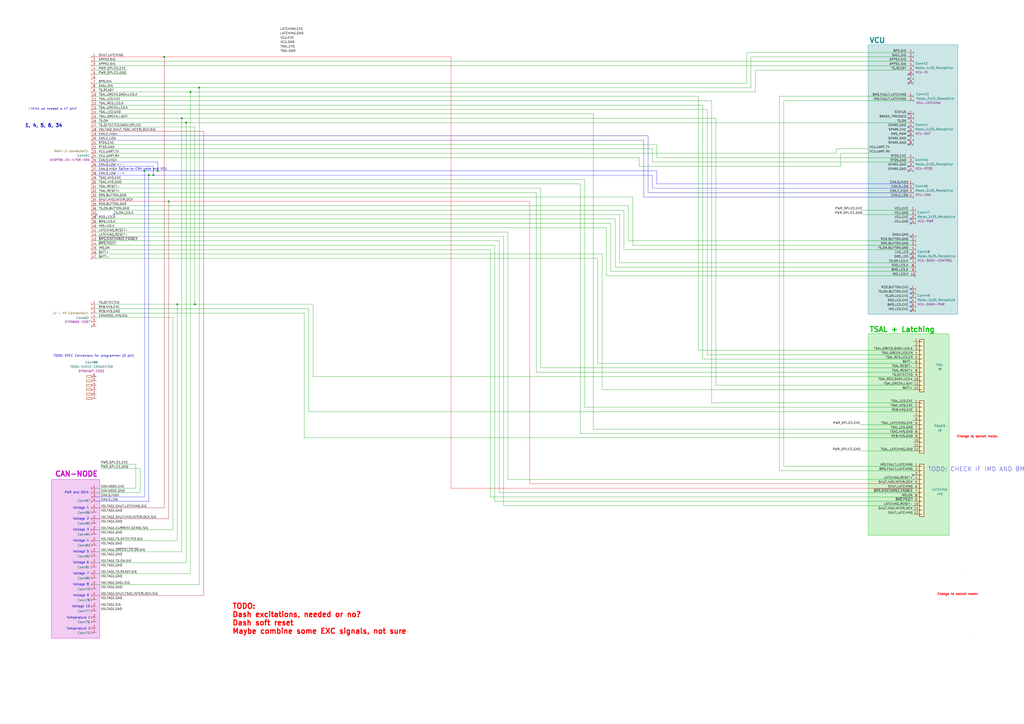
<source format=kicad_sch>
(kicad_sch (version 20231120) (generator "eeschema") (generator_version "8.0")
  (paper "A2")
  (lib_symbols
    (symbol "Connector_Generic:Conn_01x12" (pin_names (offset 1.016) hide)
      (property "Reference" "J" (at 0 15.24 0))
      (property "Value" "Conn_01x12" (at 0 -17.78 0))
      (symbol "Conn_01x12_1_1"
        (rectangle (start -1.27 -15.113) (end 0 -15.367) (stroke (width 0.1524)))
        (rectangle (start -1.27 -12.573) (end 0 -12.827) (stroke (width 0.1524)))
        (rectangle (start -1.27 -10.033) (end 0 -10.287) (stroke (width 0.1524)))
        (rectangle (start -1.27 -7.493) (end 0 -7.747) (stroke (width 0.1524)))
        (rectangle (start -1.27 -4.953) (end 0 -5.207) (stroke (width 0.1524)))
        (rectangle (start -1.27 -2.413) (end 0 -2.667) (stroke (width 0.1524)))
        (rectangle (start -1.27 0.127) (end 0 -0.127) (stroke (width 0.1524)))
        (rectangle (start -1.27 2.667) (end 0 2.413) (stroke (width 0.1524)))
        (rectangle (start -1.27 5.207) (end 0 4.953) (stroke (width 0.1524)))
        (rectangle (start -1.27 7.747) (end 0 7.493) (stroke (width 0.1524)))
        (rectangle (start -1.27 10.287) (end 0 10.033) (stroke (width 0.1524)))
        (rectangle (start -1.27 12.827) (end 0 12.573) (stroke (width 0.1524)))
        (rectangle (start -1.27 13.97) (end 1.27 -16.51) (stroke (width 0.254)) (fill (type background)))
        (pin passive line (at -5.08 12.7 0) (length 3.81) (name "Pin_1") (number "1"))
        (pin passive line (at -5.08 -10.16 0) (length 3.81) (name "Pin_10") (number "10"))
        (pin passive line (at -5.08 -12.7 0) (length 3.81) (name "Pin_11") (number "11"))
        (pin passive line (at -5.08 -15.24 0) (length 3.81) (name "Pin_12") (number "12"))
        (pin passive line (at -5.08 10.16 0) (length 3.81) (name "Pin_2") (number "2"))
        (pin passive line (at -5.08 7.62 0) (length 3.81) (name "Pin_3") (number "3"))
        (pin passive line (at -5.08 5.08 0) (length 3.81) (name "Pin_4") (number "4"))
        (pin passive line (at -5.08 2.54 0) (length 3.81) (name "Pin_5") (number "5"))
        (pin passive line (at -5.08 0 0) (length 3.81) (name "Pin_6") (number "6"))
        (pin passive line (at -5.08 -2.54 0) (length 3.81) (name "Pin_7") (number "7"))
        (pin passive line (at -5.08 -5.08 0) (length 3.81) (name "Pin_8") (number "8"))
        (pin passive line (at -5.08 -7.62 0) (length 3.81) (name "Pin_9") (number "9"))
      )
    )
    (symbol "Connectors_SUFST:AMPHENOL-47P-Recepticle"
      (property "Reference" "Conn" (at 0 0.635 0))
      (property "P/N" "AHDP06-24-47SR-SRA" (at 0 0 0))
      (symbol "AMPHENOL-47P-Recepticle_0_1"
        (arc (start -2.5368 -119.3807) (mid -1.9833 -118.7463) (end -2.5355 -118.1107))
        (arc (start -2.5368 -114.3007) (mid -1.9833 -113.6663) (end -2.5355 -113.0307))
        (arc (start -2.5368 -109.2207) (mid -1.9833 -108.5863) (end -2.5355 -107.9507))
        (arc (start -2.5368 -104.1407) (mid -1.9833 -103.5063) (end -2.5355 -102.8707))
        (arc (start -2.5368 -99.0607) (mid -1.9833 -98.4263) (end -2.5355 -97.7907))
        (arc (start -2.5368 -93.9807) (mid -1.9833 -93.3463) (end -2.5355 -92.7107))
        (arc (start -2.5368 -88.9007) (mid -1.9833 -88.2663) (end -2.5355 -87.6307))
        (arc (start -2.5368 -83.8207) (mid -1.9833 -83.1863) (end -2.5355 -82.5507))
        (arc (start -2.5368 -78.7407) (mid -1.9833 -78.1063) (end -2.5355 -77.4707))
        (arc (start -2.5368 -73.6607) (mid -1.9833 -73.0263) (end -2.5355 -72.3907))
        (arc (start -2.5368 -68.5807) (mid -1.9833 -67.9463) (end -2.5355 -67.3107))
        (arc (start -2.5368 -63.5007) (mid -1.9833 -62.8663) (end -2.5355 -62.2307))
        (arc (start -2.5368 -58.4207) (mid -1.9833 -57.7863) (end -2.5355 -57.1507))
        (arc (start -2.5368 -53.3407) (mid -1.9833 -52.7063) (end -2.5355 -52.0707))
        (arc (start -2.5368 -48.2607) (mid -1.9833 -47.6263) (end -2.5355 -46.9907))
        (arc (start -2.5368 -43.1807) (mid -1.9833 -42.5463) (end -2.5355 -41.9107))
        (arc (start -2.5368 -38.1007) (mid -1.9833 -37.4663) (end -2.5355 -36.8307))
        (arc (start -2.5368 -33.0207) (mid -1.9833 -32.3863) (end -2.5355 -31.7507))
        (arc (start -2.5368 -27.9407) (mid -1.9833 -27.3063) (end -2.5355 -26.6707))
        (arc (start -2.5368 -22.8607) (mid -1.9833 -22.2263) (end -2.5355 -21.5907))
        (arc (start -2.5368 -17.7807) (mid -1.9833 -17.1463) (end -2.5355 -16.5107))
        (arc (start -2.5368 -12.7007) (mid -1.9833 -12.0663) (end -2.5355 -11.4307))
        (arc (start -2.5368 -7.6207) (mid -1.9833 -6.9863) (end -2.5355 -6.3507))
        (arc (start -2.5368 -2.5407) (mid -1.9833 -1.9063) (end -2.5355 -1.2707))
        (arc (start -2.4524 -116.8401) (mid -1.8989 -116.2057) (end -2.4511 -115.5701))
        (arc (start -2.4524 -111.7601) (mid -1.8989 -111.1257) (end -2.4511 -110.4901))
        (arc (start -2.4524 -106.6801) (mid -1.8989 -106.0457) (end -2.4511 -105.4101))
        (arc (start -2.4524 -101.6001) (mid -1.8989 -100.9657) (end -2.4511 -100.3301))
        (arc (start -2.4524 -96.5201) (mid -1.8989 -95.8857) (end -2.4511 -95.2501))
        (arc (start -2.4524 -91.4401) (mid -1.8989 -90.8057) (end -2.4511 -90.1701))
        (arc (start -2.4524 -86.3601) (mid -1.8989 -85.7257) (end -2.4511 -85.0901))
        (arc (start -2.4524 -81.2801) (mid -1.8989 -80.6457) (end -2.4511 -80.0101))
        (arc (start -2.4524 -76.2001) (mid -1.8989 -75.5657) (end -2.4511 -74.9301))
        (arc (start -2.4524 -71.1201) (mid -1.8989 -70.4857) (end -2.4511 -69.8501))
        (arc (start -2.4524 -66.0401) (mid -1.8989 -65.4057) (end -2.4511 -64.7701))
        (arc (start -2.4524 -60.9601) (mid -1.8989 -60.3257) (end -2.4511 -59.6901))
        (arc (start -2.4524 -55.8801) (mid -1.8989 -55.2457) (end -2.4511 -54.6101))
        (arc (start -2.4524 -50.8001) (mid -1.8989 -50.1657) (end -2.4511 -49.5301))
        (arc (start -2.4524 -45.7201) (mid -1.8989 -45.0857) (end -2.4511 -44.4501))
        (arc (start -2.4524 -40.6401) (mid -1.8989 -40.0057) (end -2.4511 -39.3701))
        (arc (start -2.4524 -35.5601) (mid -1.8989 -34.9257) (end -2.4511 -34.2901))
        (arc (start -2.4524 -30.4801) (mid -1.8989 -29.8457) (end -2.4511 -29.2101))
        (arc (start -2.4524 -25.4001) (mid -1.8989 -24.7657) (end -2.4511 -24.1301))
        (arc (start -2.4524 -20.3201) (mid -1.8989 -19.6857) (end -2.4511 -19.0501))
        (arc (start -2.4524 -15.2401) (mid -1.8989 -14.6057) (end -2.4511 -13.9701))
        (arc (start -2.4524 -10.1601) (mid -1.8989 -9.5257) (end -2.4511 -8.8901))
        (arc (start -2.4524 -5.0801) (mid -1.8989 -4.4457) (end -2.4511 -3.8101))
      )
      (symbol "AMPHENOL-47P-Recepticle_1_1"
        (pin input line (at 0.635 -1.905 180) (length 2.54) (name "") (number "1"))
        (pin input line (at 0.635 -24.765 180) (length 2.54) (name "") (number "10"))
        (pin input line (at 0.635 -27.305 180) (length 2.54) (name "") (number "11"))
        (pin input line (at 0.635 -29.845 180) (length 2.54) (name "") (number "12"))
        (pin input line (at 0.635 -32.385 180) (length 2.54) (name "") (number "13"))
        (pin input line (at 0.635 -34.925 180) (length 2.54) (name "") (number "14"))
        (pin input line (at 0.635 -37.465 180) (length 2.54) (name "") (number "15"))
        (pin input line (at 0.635 -40.005 180) (length 2.54) (name "") (number "16"))
        (pin input line (at 0.635 -42.545 180) (length 2.54) (name "") (number "17"))
        (pin input line (at 0.635 -45.085 180) (length 2.54) (name "") (number "18"))
        (pin input line (at 0.635 -47.625 180) (length 2.54) (name "") (number "19"))
        (pin input line (at 0.635 -4.445 180) (length 2.54) (name "") (number "2"))
        (pin input line (at 0.635 -50.165 180) (length 2.54) (name "") (number "20"))
        (pin input line (at 0.635 -52.705 180) (length 2.54) (name "") (number "21"))
        (pin input line (at 0.635 -55.245 180) (length 2.54) (name "") (number "22"))
        (pin input line (at 0.635 -57.785 180) (length 2.54) (name "") (number "23"))
        (pin input line (at 0.635 -60.325 180) (length 2.54) (name "") (number "24"))
        (pin input line (at 0.635 -62.865 180) (length 2.54) (name "") (number "25"))
        (pin input line (at 0.635 -65.405 180) (length 2.54) (name "") (number "26"))
        (pin input line (at 0.635 -67.945 180) (length 2.54) (name "") (number "27"))
        (pin input line (at 0.635 -70.485 180) (length 2.54) (name "") (number "28"))
        (pin input line (at 0.635 -73.025 180) (length 2.54) (name "") (number "29"))
        (pin input line (at 0.635 -6.985 180) (length 2.54) (name "") (number "3"))
        (pin input line (at 0.635 -75.565 180) (length 2.54) (name "") (number "30"))
        (pin input line (at 0.635 -78.105 180) (length 2.54) (name "") (number "31"))
        (pin input line (at 0.635 -80.645 180) (length 2.54) (name "") (number "32"))
        (pin input line (at 0.635 -83.185 180) (length 2.54) (name "") (number "33"))
        (pin input line (at 0.635 -85.725 180) (length 2.54) (name "") (number "34"))
        (pin input line (at 0.635 -88.265 180) (length 2.54) (name "") (number "35"))
        (pin input line (at 0.635 -90.805 180) (length 2.54) (name "") (number "36"))
        (pin input line (at 0.635 -93.345 180) (length 2.54) (name "") (number "37"))
        (pin input line (at 0.635 -95.885 180) (length 2.54) (name "") (number "38"))
        (pin input line (at 0.635 -98.425 180) (length 2.54) (name "") (number "39"))
        (pin input line (at 0.635 -9.525 180) (length 2.54) (name "") (number "4"))
        (pin input line (at 0.635 -100.965 180) (length 2.54) (name "") (number "40"))
        (pin input line (at 0.635 -103.505 180) (length 2.54) (name "") (number "41"))
        (pin input line (at 0.635 -106.045 180) (length 2.54) (name "") (number "42"))
        (pin input line (at 0.635 -108.585 180) (length 2.54) (name "") (number "43"))
        (pin input line (at 0.635 -111.125 180) (length 2.54) (name "") (number "44"))
        (pin input line (at 0.635 -113.665 180) (length 2.54) (name "") (number "45"))
        (pin input line (at 0.635 -116.205 180) (length 2.54) (name "") (number "46"))
        (pin input line (at 0.635 -118.745 180) (length 2.54) (name "") (number "47"))
        (pin input line (at 0.635 -12.065 180) (length 2.54) (name "") (number "5"))
        (pin input line (at 0.635 -14.605 180) (length 2.54) (name "") (number "6"))
        (pin input line (at 0.635 -17.145 180) (length 2.54) (name "") (number "7"))
        (pin input line (at 0.635 -19.685 180) (length 2.54) (name "") (number "8"))
        (pin input line (at 0.635 -22.225 180) (length 2.54) (name "") (number "9"))
      )
    )
    (symbol "Connectors_SUFST:Deutsch_DTM_6P_Pin"
      (property "Reference" "Conn" (at 0 -1.905 0))
      (property "P/N" "DTM046P-E003" (at 0 0 0))
      (symbol "Deutsch_DTM_6P_Pin_0_1"
        (polyline (pts (xy -0.635 -14.605) (xy 1.905 -14.605)))
        (polyline (pts (xy -0.635 -9.525) (xy 1.905 -9.525)))
        (polyline (pts (xy -0.635 -4.445) (xy 1.905 -4.445)))
      )
      (symbol "Deutsch_DTM_6P_Pin_1_1"
        (rectangle (start -3.81 -16.51) (end -0.635 -17.78) (fill (type color) (color 255 229 191 1)))
        (rectangle (start -3.81 -13.97) (end -0.635 -15.24) (fill (type color) (color 255 229 191 1)))
        (rectangle (start -3.81 -11.43) (end -0.635 -12.7) (fill (type color) (color 255 229 191 1)))
        (rectangle (start -3.81 -8.89) (end -0.635 -10.16) (fill (type color) (color 255 229 191 1)))
        (rectangle (start -3.81 -6.35) (end -0.635 -7.62) (fill (type color) (color 255 229 191 1)))
        (rectangle (start -3.81 -3.81) (end -0.635 -5.08) (fill (type color) (color 255 229 191 1)))
        (pin input line (at 1.905 -17.145 180) (length 2.54) (name "") (number "1"))
        (pin input line (at 1.905 -14.605 180) (length 2.54) (name "") (number "2"))
        (pin input line (at 1.905 -12.065 180) (length 2.54) (name "") (number "3"))
        (pin input line (at 1.905 -9.525 180) (length 2.54) (name "") (number "4"))
        (pin input line (at 1.905 -6.985 180) (length 2.54) (name "") (number "5"))
        (pin input line (at 1.905 -4.445 180) (length 2.54) (name "") (number "6"))
      )
    )
    (symbol "Connectors_SUFST:Deutsch_DTM_6S_Pin"
      (property "Reference" "Conn" (at 0 0.635 0))
      (property "P/N" "DTM066S-E007" (at 0 0 0))
      (symbol "Deutsch_DTM_6S_Pin_0_1"
        (arc (start -2.5368 -12.7007) (mid -1.9833 -12.0663) (end -2.5355 -11.4307))
        (arc (start -2.5368 -7.6207) (mid -1.9833 -6.9863) (end -2.5355 -6.3507))
        (arc (start -2.5368 -2.5407) (mid -1.9833 -1.9063) (end -2.5355 -1.2707))
        (arc (start -2.4524 -15.2401) (mid -1.8989 -14.6057) (end -2.4511 -13.9701))
        (arc (start -2.4524 -10.1601) (mid -1.8989 -9.5257) (end -2.4511 -8.8901))
        (arc (start -2.4524 -5.0801) (mid -1.8989 -4.4457) (end -2.4511 -3.8101))
      )
      (symbol "Deutsch_DTM_6S_Pin_1_1"
        (pin input line (at 0.635 -14.605 180) (length 2.54) (name "") (number "1"))
        (pin input line (at 0.635 -12.065 180) (length 2.54) (name "") (number "2"))
        (pin input line (at 0.635 -9.525 180) (length 2.54) (name "") (number "3"))
        (pin input line (at 0.635 -6.985 180) (length 2.54) (name "") (number "4"))
        (pin input line (at 0.635 -4.445 180) (length 2.54) (name "") (number "5"))
        (pin input line (at 0.635 -1.905 180) (length 2.54) (name "") (number "6"))
      )
    )
    (symbol "Connectors_SUFST:Molex_2x1S_Recepticle"
      (property "Reference" "Conn" (at 0 0.635 0))
      (symbol "Molex_2x1S_Recepticle_0_1"
        (arc (start -2.5368 -2.5407) (mid -1.9833 -1.9063) (end -2.5355 -1.2707))
        (arc (start -2.4524 -5.0801) (mid -1.8989 -4.4457) (end -2.4511 -3.8101))
      )
      (symbol "Molex_2x1S_Recepticle_1_1"
        (pin input line (at 0.635 -4.445 180) (length 2.54) (name "") (number "1"))
        (pin input line (at 0.635 -1.905 180) (length 2.54) (name "") (number "2"))
      )
    )
    (symbol "Connectors_SUFST:Molex_2x2S_Recepticle"
      (property "Reference" "Conn" (at 0 0.635 0))
      (symbol "Molex_2x2S_Recepticle_0_1"
        (arc (start -2.5368 -7.6207) (mid -1.9833 -6.9863) (end -2.5355 -6.3507))
        (arc (start -2.5368 -2.5407) (mid -1.9833 -1.9063) (end -2.5355 -1.2707))
        (arc (start -2.4524 -10.1601) (mid -1.8989 -9.5257) (end -2.4511 -8.8901))
        (arc (start -2.4524 -5.0801) (mid -1.8989 -4.4457) (end -2.4511 -3.8101))
      )
      (symbol "Molex_2x2S_Recepticle_1_1"
        (pin input line (at 0.635 -1.905 180) (length 2.54) (name "") (number "1"))
        (pin input line (at 0.635 -4.445 180) (length 2.54) (name "") (number "2"))
        (pin input line (at 0.635 -6.985 180) (length 2.54) (name "") (number "3"))
        (pin input line (at 0.635 -9.525 180) (length 2.54) (name "") (number "4"))
      )
    )
    (symbol "Connectors_SUFST:Molex_3x2S_Recepticle"
      (property "Reference" "Conn" (at 0 0.635 0))
      (symbol "Molex_3x2S_Recepticle_0_1"
        (arc (start -2.5368 -7.6207) (mid -1.9833 -6.9863) (end -2.5355 -6.3507))
        (arc (start -2.5368 -2.5407) (mid -1.9833 -1.9063) (end -2.5355 -1.2707))
        (arc (start -2.4524 -12.7001) (mid -1.8989 -12.0657) (end -2.4511 -11.4301))
        (arc (start -2.4524 -10.1601) (mid -1.8989 -9.5257) (end -2.4511 -8.8901))
        (arc (start -2.4524 -5.0801) (mid -1.8989 -4.4457) (end -2.4511 -3.8101))
        (arc (start -2.368 -15.2395) (mid -1.8145 -14.6051) (end -2.3667 -13.9695))
      )
      (symbol "Molex_3x2S_Recepticle_1_1"
        (pin input line (at 0.635 -1.905 180) (length 2.54) (name "") (number "1"))
        (pin input line (at 0.635 -4.445 180) (length 2.54) (name "") (number "2"))
        (pin input line (at 0.635 -6.985 180) (length 2.54) (name "") (number "3"))
        (pin input line (at 0.635 -9.525 180) (length 2.54) (name "") (number "4"))
        (pin input line (at 0.635 -12.065 180) (length 2.54) (name "") (number "5"))
        (pin input line (at 0.635 -14.605 180) (length 2.54) (name "") (number "6"))
      )
    )
    (symbol "Connectors_SUFST:Molex_4x1S_Recepticle"
      (property "Reference" "Conn" (at 0 0.635 0))
      (symbol "Molex_4x1S_Recepticle_0_1"
        (arc (start -2.5368 -7.6207) (mid -1.9833 -6.9863) (end -2.5355 -6.3507))
        (arc (start -2.5368 -2.5407) (mid -1.9833 -1.9063) (end -2.5355 -1.2707))
        (arc (start -2.4524 -10.1601) (mid -1.8989 -9.5257) (end -2.4511 -8.8901))
        (arc (start -2.4524 -5.0801) (mid -1.8989 -4.4457) (end -2.4511 -3.8101))
      )
      (symbol "Molex_4x1S_Recepticle_1_1"
        (pin input line (at 0.635 -1.905 180) (length 2.54) (name "") (number "1"))
        (pin input line (at 0.635 -4.445 180) (length 2.54) (name "") (number "2"))
        (pin input line (at 0.635 -6.985 180) (length 2.54) (name "") (number "3"))
        (pin input line (at 0.635 -9.525 180) (length 2.54) (name "") (number "4"))
      )
    )
    (symbol "Connectors_SUFST:Molex_4x2S_Recepticle"
      (property "Reference" "Conn" (at 0 0.635 0))
      (symbol "Molex_4x2S_Recepticle_0_1"
        (arc (start -2.5368 -7.6207) (mid -1.9833 -6.9863) (end -2.5355 -6.3507))
        (arc (start -2.5368 -2.5407) (mid -1.9833 -1.9063) (end -2.5355 -1.2707))
        (arc (start -2.4524 -17.7801) (mid -1.8989 -17.1457) (end -2.4511 -16.5101))
        (arc (start -2.4524 -12.7001) (mid -1.8989 -12.0657) (end -2.4511 -11.4301))
        (arc (start -2.4524 -10.1601) (mid -1.8989 -9.5257) (end -2.4511 -8.8901))
        (arc (start -2.4524 -5.0801) (mid -1.8989 -4.4457) (end -2.4511 -3.8101))
        (arc (start -2.368 -20.3195) (mid -1.8145 -19.6851) (end -2.3667 -19.0495))
        (arc (start -2.368 -15.2395) (mid -1.8145 -14.6051) (end -2.3667 -13.9695))
      )
      (symbol "Molex_4x2S_Recepticle_1_1"
        (pin input line (at 0.635 -1.905 180) (length 2.54) (name "") (number "1"))
        (pin input line (at 0.635 -4.445 180) (length 2.54) (name "") (number "2"))
        (pin input line (at 0.635 -6.985 180) (length 2.54) (name "") (number "3"))
        (pin input line (at 0.635 -9.525 180) (length 2.54) (name "") (number "4"))
        (pin input line (at 0.635 -12.065 180) (length 2.54) (name "") (number "5"))
        (pin input line (at 0.635 -14.605 180) (length 2.54) (name "") (number "6"))
        (pin input line (at 0.635 -17.145 180) (length 2.54) (name "") (number "7"))
        (pin input line (at 0.635 -19.685 180) (length 2.54) (name "") (number "8"))
      )
    )
    (symbol "Connectors_SUFST:Molex_5x2S_Recepticle"
      (property "Reference" "Conn" (at 0 0.635 0))
      (symbol "Molex_5x2S_Recepticle_0_1"
        (arc (start -2.5368 -7.6207) (mid -1.9833 -6.9863) (end -2.5355 -6.3507))
        (arc (start -2.5368 -2.5407) (mid -1.9833 -1.9063) (end -2.5355 -1.2707))
        (arc (start -2.4524 -22.8601) (mid -1.8989 -22.2257) (end -2.4511 -21.5901))
        (arc (start -2.4524 -17.7801) (mid -1.8989 -17.1457) (end -2.4511 -16.5101))
        (arc (start -2.4524 -12.7001) (mid -1.8989 -12.0657) (end -2.4511 -11.4301))
        (arc (start -2.4524 -10.1601) (mid -1.8989 -9.5257) (end -2.4511 -8.8901))
        (arc (start -2.4524 -5.0801) (mid -1.8989 -4.4457) (end -2.4511 -3.8101))
        (arc (start -2.368 -25.3995) (mid -1.8145 -24.7651) (end -2.3667 -24.1295))
        (arc (start -2.368 -20.3195) (mid -1.8145 -19.6851) (end -2.3667 -19.0495))
        (arc (start -2.368 -15.2395) (mid -1.8145 -14.6051) (end -2.3667 -13.9695))
      )
      (symbol "Molex_5x2S_Recepticle_1_1"
        (pin input line (at 0.635 -1.905 180) (length 2.54) (name "") (number "1"))
        (pin input line (at 0.635 -24.765 180) (length 2.54) (name "") (number "10"))
        (pin input line (at 0.635 -4.445 180) (length 2.54) (name "") (number "2"))
        (pin input line (at 0.635 -6.985 180) (length 2.54) (name "") (number "3"))
        (pin input line (at 0.635 -9.525 180) (length 2.54) (name "") (number "4"))
        (pin input line (at 0.635 -12.065 180) (length 2.54) (name "") (number "5"))
        (pin input line (at 0.635 -14.605 180) (length 2.54) (name "") (number "6"))
        (pin input line (at 0.635 -17.145 180) (length 2.54) (name "") (number "7"))
        (pin input line (at 0.635 -19.685 180) (length 2.54) (name "") (number "8"))
        (pin input line (at 0.635 -22.225 180) (length 2.54) (name "") (number "9"))
      )
    )
  )
  (junction (at 91.44 99.06))
  (junction (at 105.41 68.58))
  (junction (at 115.57 50.8))
  (junction (at 97.79 116.84))
  (junction (at 95.25 33.02))
  (junction (at 86.36 101.6))
  (junction (at 107.95 71.12))
  (junction (at 83.82 99.06))
  (junction (at 102.87 176.53))
  (junction (at 113.03 176.53))
  (junction (at 88.9 101.6))
  (junction (at 110.49 53.34))
  (no_connect (at 528.32 129.54))
  (no_connect (at 527.05 78.74))
  (no_connect (at 527.05 99.06))
  (no_connect (at 66.04 124.46))
  (no_connect (at 527.05 73.66))
  (no_connect (at 55.88 124.46))
  (no_connect (at 527.05 81.28))
  (no_connect (at 527.05 83.82))
  (no_connect (at 528.32 180.34))
  (no_connect (at 527.05 68.58))
  (no_connect (at 528.32 172.72))
  (no_connect (at 527.05 76.2))
  (no_connect (at 528.32 147.32))
  (no_connect (at 527.05 96.52))
  (no_connect (at 528.32 149.86))
  (no_connect (at 527.05 48.26))
  (no_connect (at 528.32 167.64))
  (no_connect (at 528.32 170.18))
  (no_connect (at 529.59 275.59))
  (no_connect (at 528.32 177.8))
  (no_connect (at 528.32 127))
  (no_connect (at 527.05 43.18))
  (no_connect (at 528.32 137.16))
  (no_connect (at 527.05 66.04))
  (no_connect (at 528.32 175.26))
  (no_connect (at 527.05 45.72))
  (wire (pts (xy 181.61 218.44) (xy 181.61 176.53)))
  (wire (pts (xy 110.49 53.34) (xy 438.15 53.34)))
  (wire (pts (xy 105.41 68.58) (xy 105.41 320.04)))
  (wire (pts (xy 294.64 278.13) (xy 294.64 134.62)))
  (wire (pts (xy 284.48 288.29) (xy 284.48 144.78)))
  (wire (pts (xy 91.44 99.06) (xy 91.44 93.98)) (stroke (width 0) (color 0 0 255 1)))
  (wire (pts (xy 55.88 33.02) (xy 95.25 33.02)) (stroke (width 0) (color 255 0 0 1)))
  (wire (pts (xy 415.29 68.58) (xy 415.29 223.52)))
  (wire (pts (xy 499.11 246.38) (xy 529.59 246.38)))
  (wire (pts (xy 97.79 116.84) (xy 307.34 116.84)) (stroke (width 0) (color 255 0 0 1)))
  (wire (pts (xy 346.71 210.82) (xy 529.59 210.82)))
  (wire (pts (xy 176.53 181.61) (xy 55.88 181.61)))
  (wire (pts (xy 527.05 106.68) (xy 381 106.68)) (stroke (width 0) (color 0 0 255 1)))
  (wire (pts (xy 55.88 116.84) (xy 97.79 116.84)) (stroke (width 0) (color 255 0 0 1)))
  (wire (pts (xy 373.38 81.28) (xy 373.38 114.3)) (stroke (width 0) (color 0 0 155 1)))
  (wire (pts (xy 529.59 278.13) (xy 294.64 278.13)))
  (wire (pts (xy 83.82 99.06) (xy 91.44 99.06)) (stroke (width 0) (color 0 0 255 1)))
  (wire (pts (xy 528.32 142.24) (xy 367.03 142.24)))
  (wire (pts (xy 287.02 290.83) (xy 529.59 290.83)))
  (wire (pts (xy 55.88 283.21) (xy 78.74 283.21)))
  (wire (pts (xy 55.88 35.56) (xy 527.05 35.56)))
  (wire (pts (xy 289.56 139.7) (xy 55.88 139.7)))
  (wire (pts (xy 55.88 111.76) (xy 311.15 111.76)))
  (wire (pts (xy 529.59 254) (xy 176.53 254)))
  (wire (pts (xy 58.42 269.24) (xy 78.74 269.24)))
  (wire (pts (xy 113.03 176.53) (xy 181.61 176.53)))
  (wire (pts (xy 313.69 109.22) (xy 55.88 109.22)))
  (wire (pts (xy 527.05 111.76) (xy 375.92 111.76)) (stroke (width 0) (color 0 0 155 1)))
  (wire (pts (xy 364.49 139.7) (xy 364.49 119.38)))
  (wire (pts (xy 313.69 213.36) (xy 313.69 109.22)))
  (wire (pts (xy 370.84 96.52) (xy 487.68 96.52)))
  (wire (pts (xy 88.9 96.52) (xy 55.88 96.52)) (stroke (width 0) (color 0 0 255 1)))
  (wire (pts (xy 349.25 226.06) (xy 529.59 226.06)))
  (wire (pts (xy 307.34 116.84) (xy 307.34 280.67)) (stroke (width 0) (color 255 0 0 1)))
  (wire (pts (xy 55.88 99.06) (xy 83.82 99.06)) (stroke (width 0) (color 0 0 255 1)))
  (wire (pts (xy 115.57 339.09) (xy 55.88 339.09)))
  (wire (pts (xy 55.88 91.44) (xy 370.84 91.44)))
  (wire (pts (xy 55.88 285.75) (xy 81.28 285.75)))
  (wire (pts (xy 485.14 88.9) (xy 485.14 86.36)))
  (wire (pts (xy 487.68 96.52) (xy 487.68 88.9)))
  (wire (pts (xy 55.88 129.54) (xy 354.33 129.54)))
  (wire (pts (xy 118.11 76.2) (xy 55.88 76.2)) (stroke (width 0) (color 155 0 0 1)))
  (wire (pts (xy 373.38 114.3) (xy 527.05 114.3)) (stroke (width 0) (color 0 0 155 1)))
  (wire (pts (xy 261.62 283.21) (xy 529.59 283.21)) (stroke (width 0) (color 255 0 0 1)))
  (wire (pts (xy 529.59 236.22) (xy 339.09 236.22)))
  (wire (pts (xy 339.09 104.14) (xy 55.88 104.14)))
  (wire (pts (xy 55.88 101.6) (xy 86.36 101.6)) (stroke (width 0) (color 0 0 255 1)))
  (wire (pts (xy 113.03 176.53) (xy 113.03 73.66)))
  (wire (pts (xy 364.49 119.38) (xy 55.88 119.38)))
  (wire (pts (xy 55.88 294.64) (xy 95.25 294.64)) (stroke (width 0) (color 155 0 0 1)))
  (wire (pts (xy 55.88 50.8) (xy 115.57 50.8)))
  (wire (pts (xy 349.25 147.32) (xy 349.25 226.06)))
  (wire (pts (xy 378.46 109.22) (xy 527.05 109.22)) (stroke (width 0) (color 0 0 255 1)))
  (wire (pts (xy 294.64 134.62) (xy 55.88 134.62)))
  (wire (pts (xy 529.59 285.75) (xy 289.56 285.75)))
  (wire (pts (xy 110.49 332.74) (xy 55.88 332.74)))
  (wire (pts (xy 55.88 88.9) (xy 485.14 88.9)))
  (wire (pts (xy 370.84 91.44) (xy 370.84 96.52)))
  (wire (pts (xy 55.88 137.16) (xy 292.1 137.16)))
  (wire (pts (xy 529.59 213.36) (xy 313.69 213.36)))
  (wire (pts (xy 378.46 93.98) (xy 527.05 93.98)))
  (wire (pts (xy 433.07 30.48) (xy 527.05 30.48)))
  (wire (pts (xy 346.71 149.86) (xy 346.71 210.82)))
  (wire (pts (xy 105.41 320.04) (xy 55.88 320.04)))
  (wire (pts (xy 435.61 33.02) (xy 435.61 50.8)))
  (wire (pts (xy 344.17 248.92) (xy 344.17 66.04)))
  (wire (pts (xy 100.33 184.15) (xy 100.33 307.34)))
  (wire (pts (xy 55.88 345.44) (xy 118.11 345.44)) (stroke (width 0) (color 155 0 0 1)))
  (wire (pts (xy 351.79 160.02) (xy 528.32 160.02)))
  (wire (pts (xy 55.88 147.32) (xy 349.25 147.32)))
  (wire (pts (xy 529.59 233.68) (xy 412.75 233.68)))
  (wire (pts (xy 88.9 101.6) (xy 378.46 101.6)) (stroke (width 0) (color 0 0 255 1)))
  (wire (pts (xy 529.59 248.92) (xy 344.17 248.92)))
  (wire (pts (xy 86.36 101.6) (xy 88.9 101.6)) (stroke (width 0) (color 0 0 255 1)))
  (wire (pts (xy 55.88 313.69) (xy 102.87 313.69)))
  (wire (pts (xy 351.79 132.08) (xy 351.79 160.02)))
  (wire (pts (xy 58.42 271.78) (xy 81.28 271.78)))
  (wire (pts (xy 55.88 40.64) (xy 73.66 40.64)))
  (wire (pts (xy 361.95 121.92) (xy 361.95 144.78)))
  (wire (pts (xy 356.87 127) (xy 356.87 154.94)))
  (wire (pts (xy 97.79 116.84) (xy 97.79 300.99)) (stroke (width 0) (color 155 0 0 1)))
  (wire (pts (xy 307.34 280.67) (xy 529.59 280.67)) (stroke (width 0) (color 255 0 0 1)))
  (wire (pts (xy 287.02 142.24) (xy 287.02 290.83)))
  (wire (pts (xy 55.88 288.29) (xy 83.82 288.29)) (stroke (width 0) (color 0 0 255 1)))
  (wire (pts (xy 55.88 149.86) (xy 346.71 149.86)))
  (wire (pts (xy 107.95 71.12) (xy 527.05 71.12)))
  (wire (pts (xy 55.88 127) (xy 356.87 127)))
  (wire (pts (xy 344.17 66.04) (xy 55.88 66.04)))
  (wire (pts (xy 454.66 58.42) (xy 527.05 58.42)))
  (wire (pts (xy 527.05 91.44) (xy 381 91.44)))
  (wire (pts (xy 528.32 157.48) (xy 354.33 157.48)))
  (wire (pts (xy 529.59 238.76) (xy 179.07 238.76)))
  (wire (pts (xy 284.48 144.78) (xy 55.88 144.78)))
  (wire (pts (xy 55.88 307.34) (xy 100.33 307.34)))
  (wire (pts (xy 378.46 86.36) (xy 378.46 93.98)))
  (wire (pts (xy 527.05 55.88) (xy 452.12 55.88)))
  (wire (pts (xy 336.55 251.46) (xy 529.59 251.46)))
  (wire (pts (xy 55.88 132.08) (xy 351.79 132.08)))
  (wire (pts (xy 55.88 93.98) (xy 91.44 93.98)) (stroke (width 0) (color 0 0 255 1)))
  (wire (pts (xy 381 99.06) (xy 381 106.68)) (stroke (width 0) (color 0 0 255 1)))
  (wire (pts (xy 410.21 63.5) (xy 410.21 205.74)))
  (wire (pts (xy 78.74 269.24) (xy 78.74 283.21)))
  (wire (pts (xy 105.41 68.58) (xy 415.29 68.58)))
  (wire (pts (xy 95.25 294.64) (xy 95.25 33.02)) (stroke (width 0) (color 155 0 0 1)))
  (wire (pts (xy 55.88 43.18) (xy 73.66 43.18)))
  (wire (pts (xy 115.57 50.8) (xy 435.61 50.8)))
  (wire (pts (xy 102.87 176.53) (xy 113.03 176.53)))
  (wire (pts (xy 415.29 223.52) (xy 529.59 223.52)))
  (wire (pts (xy 529.59 203.2) (xy 405.13 203.2)))
  (wire (pts (xy 412.75 233.68) (xy 412.75 58.42)))
  (wire (pts (xy 410.21 205.74) (xy 529.59 205.74)))
  (wire (pts (xy 55.88 81.28) (xy 373.38 81.28)) (stroke (width 0) (color 0 0 155 1)))
  (wire (pts (xy 381 91.44) (xy 381 83.82)))
  (wire (pts (xy 55.88 63.5) (xy 410.21 63.5)))
  (wire (pts (xy 359.41 124.46) (xy 359.41 152.4)))
  (wire (pts (xy 55.88 38.1) (xy 527.05 38.1)))
  (wire (pts (xy 83.82 99.06) (xy 83.82 288.29)) (stroke (width 0) (color 0 0 255 1)))
  (wire (pts (xy 500.38 121.92) (xy 528.32 121.92)))
  (wire (pts (xy 528.32 152.4) (xy 359.41 152.4)))
  (wire (pts (xy 55.88 184.15) (xy 100.33 184.15)))
  (wire (pts (xy 438.15 40.64) (xy 438.15 53.34)))
  (wire (pts (xy 452.12 55.88) (xy 452.12 273.05)))
  (wire (pts (xy 91.44 99.06) (xy 381 99.06)) (stroke (width 0) (color 0 0 255 1)))
  (wire (pts (xy 361.95 144.78) (xy 528.32 144.78)))
  (wire (pts (xy 378.46 109.22) (xy 378.46 101.6)) (stroke (width 0) (color 0 0 255 1)))
  (wire (pts (xy 55.88 176.53) (xy 102.87 176.53)))
  (wire (pts (xy 452.12 273.05) (xy 529.59 273.05)))
  (wire (pts (xy 292.1 293.37) (xy 529.59 293.37)))
  (wire (pts (xy 527.05 33.02) (xy 435.61 33.02)))
  (wire (pts (xy 55.88 121.92) (xy 361.95 121.92)))
  (wire (pts (xy 405.13 55.88) (xy 55.88 55.88)))
  (wire (pts (xy 102.87 176.53) (xy 102.87 313.69)))
  (wire (pts (xy 66.04 124.46) (xy 359.41 124.46)))
  (wire (pts (xy 500.38 124.46) (xy 528.32 124.46)))
  (wire (pts (xy 433.07 48.26) (xy 433.07 30.48)))
  (wire (pts (xy 354.33 157.48) (xy 354.33 129.54)))
  (wire (pts (xy 176.53 254) (xy 176.53 181.61)))
  (wire (pts (xy 412.75 58.42) (xy 55.88 58.42)))
  (wire (pts (xy 438.15 40.64) (xy 527.05 40.64)))
  (wire (pts (xy 529.59 270.51) (xy 454.66 270.51)))
  (wire (pts (xy 107.95 71.12) (xy 107.95 326.39)))
  (wire (pts (xy 110.49 53.34) (xy 110.49 332.74)))
  (wire (pts (xy 179.07 238.76) (xy 179.07 179.07)))
  (wire (pts (xy 375.92 111.76) (xy 375.92 78.74)) (stroke (width 0) (color 0 0 155 1)))
  (wire (pts (xy 405.13 203.2) (xy 405.13 55.88)))
  (wire (pts (xy 487.68 88.9) (xy 504.19 88.9)))
  (wire (pts (xy 529.59 218.44) (xy 181.61 218.44)))
  (wire (pts (xy 95.25 33.02) (xy 261.62 33.02)) (stroke (width 0) (color 255 0 0 1)))
  (wire (pts (xy 367.03 142.24) (xy 367.03 114.3)))
  (wire (pts (xy 55.88 48.26) (xy 433.07 48.26)))
  (wire (pts (xy 311.15 111.76) (xy 311.15 215.9)))
  (wire (pts (xy 86.36 101.6) (xy 86.36 290.83)) (stroke (width 0) (color 0 0 255 1)))
  (wire (pts (xy 55.88 142.24) (xy 287.02 142.24)))
  (wire (pts (xy 407.67 60.96) (xy 55.88 60.96)))
  (wire (pts (xy 55.88 106.68) (xy 336.55 106.68)))
  (wire (pts (xy 339.09 236.22) (xy 339.09 104.14)))
  (wire (pts (xy 292.1 137.16) (xy 292.1 293.37)))
  (wire (pts (xy 81.28 271.78) (xy 81.28 285.75)))
  (wire (pts (xy 499.11 261.62) (xy 529.59 261.62)))
  (wire (pts (xy 55.88 71.12) (xy 107.95 71.12)))
  (wire (pts (xy 311.15 215.9) (xy 529.59 215.9)))
  (wire (pts (xy 289.56 285.75) (xy 289.56 139.7)))
  (wire (pts (xy 55.88 73.66) (xy 113.03 73.66)))
  (wire (pts (xy 454.66 270.51) (xy 454.66 58.42)))
  (wire (pts (xy 529.59 288.29) (xy 284.48 288.29)))
  (wire (pts (xy 115.57 50.8) (xy 115.57 339.09)))
  (wire (pts (xy 97.79 300.99) (xy 55.88 300.99)) (stroke (width 0) (color 155 0 0 1)))
  (wire (pts (xy 261.62 33.02) (xy 261.62 283.21)) (stroke (width 0) (color 255 0 0 1)))
  (wire (pts (xy 336.55 106.68) (xy 336.55 251.46)))
  (wire (pts (xy 179.07 179.07) (xy 55.88 179.07)))
  (wire (pts (xy 55.88 78.74) (xy 375.92 78.74)) (stroke (width 0) (color 0 0 155 1)))
  (wire (pts (xy 107.95 326.39) (xy 55.88 326.39)))
  (wire (pts (xy 381 83.82) (xy 55.88 83.82)))
  (wire (pts (xy 485.14 86.36) (xy 504.19 86.36)))
  (wire (pts (xy 367.03 114.3) (xy 55.88 114.3)))
  (wire (pts (xy 55.88 86.36) (xy 378.46 86.36)))
  (wire (pts (xy 55.88 68.58) (xy 105.41 68.58)))
  (wire (pts (xy 356.87 154.94) (xy 528.32 154.94)))
  (wire (pts (xy 55.88 53.34) (xy 110.49 53.34)))
  (wire (pts (xy 118.11 345.44) (xy 118.11 76.2)) (stroke (width 0) (color 155 0 0 1)))
  (wire (pts (xy 528.32 139.7) (xy 364.49 139.7)))
  (wire (pts (xy 86.36 290.83) (xy 55.88 290.83)) (stroke (width 0) (color 0 0 255 1)))
  (wire (pts (xy 529.59 208.28) (xy 407.67 208.28)))
  (wire (pts (xy 88.9 101.6) (xy 88.9 96.52)) (stroke (width 0) (color 0 0 255 1)))
  (wire (pts (xy 407.67 208.28) (xy 407.67 60.96)))
  (rectangle (start 29.845 278.13) (end 57.785 370.205) (stroke (width 0) (color 194 0 194 1)) (fill (type color) (color 194 0 194 0.2)))
  (rectangle (start 558.8 331.47) (end 558.8 331.47))
  (rectangle (start 503.555 193.675) (end 550.545 310.515) (stroke (width 0) (color 0 194 0 1)) (fill (type color) (color 0 194 0 0.2)))
  (rectangle (start 561.975 370.205) (end 561.975 370.205))
  (rectangle (start 503.555 26.035) (end 555.625 182.245) (stroke (width 0) (color 0 132 132 1)) (fill (type color) (color 0 132 132 0.2)))
  (text "TODO:\nDash excitations, needed or no?\nDash soft reset\nMaybe combine some EXC signals, not sure\n" (at 134.62 368.046 0) (effects (font (size 3 3) (bold yes)) (justify left bottom)))
  (text "Voltage 9" (at 46.99 345.44 0) (effects (font (size 1.27 1.27))))
  (text "Change to socket molex" (at 543.56 345.44 0) (effects (font (size 1.27 1.27) (bold yes)) (justify left bottom)))
  (text "I think we needed a 47 pin?" (at 30.48 63.246 0) (effects (font (size 1.27 1.27))))
  (text "TODO: SPEC Connectors for programmer (5 pin)\n" (at 54.356 206.502 0) (effects (font (size 1.27 1.27))))
  (text "Voltage 6" (at 46.99 326.39 0) (effects (font (size 1.27 1.27))))
  (text "PWR and DATA" (at 44.45 285.75 0) (effects (font (size 1.27 1.27))))
  (text "Splice to CAN node and VCU\n\n" (at 82.804 99.06 0) (effects (font (size 1.27 1.27))))
  (text "Voltage 5" (at 46.99 320.04 0) (effects (font (size 1.27 1.27))))
  (text "-->\n" (at 70.104 100.584 0) (effects (font (size 1.27 1.27))))
  (text "Voltage 3" (at 46.99 307.34 0) (effects (font (size 1.27 1.27))))
  (text "Temperature 2" (at 45.466 364.744 0) (effects (font (size 1.27 1.27))))
  (text "Temperature 1" (at 45.466 358.394 0) (effects (font (size 1.27 1.27))))
  (text "Voltage 8" (at 46.99 339.09 0) (effects (font (size 1.27 1.27))))
  (text "CAN-NODE\n" (at 31.75 276.86 0) (effects (font (size 3 3) (thickness 0.6) (bold yes)) (justify left bottom)))
  (text "Voltage 1" (at 46.99 294.64 0) (effects (font (size 1.27 1.27))))
  (text "TSAL + Latching" (at 504.19 193.04 0) (effects (font (size 3 3) (thickness 0.6) (bold yes)) (justify left bottom)))
  (text "Voltage 4" (at 46.99 313.69 0) (effects (font (size 1.27 1.27))))
  (text "Voltage 2" (at 46.99 300.99 0) (effects (font (size 1.27 1.27))))
  (text "VCU" (at 504.19 25.4 0) (effects (font (size 3 3) (thickness 0.6) (bold yes)) (justify left bottom)))
  (text "Change to socket molex" (at 554.99 254 0) (effects (font (size 1.27 1.27) (bold yes)) (justify left bottom)))
  (text "Voltage 7" (at 46.99 332.74 0) (effects (font (size 1.27 1.27))))
  (text "TODO: CHECK IF IMD AND BMS GO TO DASH OR VCU\n" (at 588.518 272.288 0) (effects (font (size 2.54 2.54))))
  (text "<--\n" (at 70.104 95.504 0) (effects (font (size 1.27 1.27))))
  (text "Voltage 10" (at 46.99 351.79 0) (effects (font (size 1.27 1.27))))
  (text "1, 4, 5, 6, 34" (at 25.4 72.898 0) (effects (font (size 2 2) (thickness 0.4) (bold yes))))
  (label "TSAL.GREEN.LED.EN" (at 529.59 205.74 180))
  (label "TSAL.RESET-" (at 529.59 213.36 180))
  (label "R2D.LED.K" (at 57.15 127 0))
  (label "~{BMS.DISCHARGE.ENABLE}" (at 529.59 285.75 180))
  (label "SPARE.GND" (at 525.78 73.66 180))
  (label "TSAL.RESET-" (at 57.15 109.22 0))
  (label "SPARE.GND" (at 525.78 99.06 180))
  (label "TSAL.RESET+" (at 57.15 111.76 0))
  (label "DRS.BUTTON.GND" (at 57.15 114.3 0))
  (label "LATCHING.RESET-" (at 529.59 293.37 180))
  (label "BATT-" (at 57.15 149.86 0))
  (label "IMD.LED.EXC" (at 527.05 180.34 180))
  (label "DASH.GND" (at 527.05 137.16 180))
  (label "BATT+" (at 529.59 226.06 180))
  (label "DRS_LED" (at 527.05 149.86 180))
  (label "VOLTAGE.GND" (at 58.42 322.58 0))
  (label "PWR_SPLICE.EXC" (at 57.15 40.64 0))
  (label "APPS2.SIG" (at 525.78 35.56 180))
  (label "REB.HVS.EXC" (at 57.15 179.07 0))
  (label "TSAL.GREEN.LIGHT" (at 57.15 68.58 0))
  (label "LATCHING.EXC" (at 162.56 17.78 0))
  (label "VCU.UART.TX" (at 504.19 86.36 0))
  (label "TS.ON" (at 57.15 71.12 0))
  (label "TS.ON.BUTTON.GND" (at 57.15 121.92 0))
  (label "CAN.S.LOW" (at 527.05 109.22 180))
  (label "TSAL.GREEN.LED.K" (at 57.15 63.5 0))
  (label "TS.READY" (at 525.78 40.64 180))
  (label "VOLTAGE.GND" (at 58.42 335.28 0))
  (label "BMS.LED.K" (at 57.15 129.54 0))
  (label "CAN.S.HIGH" (at 57.15 93.98 0))
  (label "TSAL.LED.GND" (at 529.59 248.92 180))
  (label "TSAC.HVS.GND" (at 57.15 106.68 0))
  (label "VOLTAGE.SHUT.LATCHING.SIG" (at 58.42 294.64 0))
  (label "RTDS.EXC" (at 525.78 91.44 180))
  (label "VCU.GND" (at 162.56 25.4 0))
  (label "RTDS.GND" (at 525.78 93.98 180))
  (label "CAN.C.HIGH" (at 527.05 111.76 180))
  (label "CAN.S.LOW" (at 58.42 290.83 0))
  (label "CANNODE.HVS.SIG" (at 57.15 184.15 0))
  (label "BMS.LED.EXC" (at 527.05 177.8 180))
  (label "TSAL.LED.EXC" (at 529.59 233.68 180))
  (label "TS.ON.LED.K" (at 66.04 124.46 0))
  (label "PWR_SPLICE.GND" (at 499.11 261.62 180))
  (label "CAN.S.LOW" (at 57.15 96.52 0))
  (label "TSAL.LED.GND" (at 57.15 66.04 0))
  (label "CAN.NODE.EXC" (at 58.42 283.21 0))
  (label "VCU.UART.RX" (at 504.19 88.9 0))
  (label "SPARE.GND" (at 525.78 81.28 180))
  (label "VCU.UART.TX" (at 57.15 88.9 0))
  (label "APPS2.SIG" (at 57.15 35.56 0))
  (label "SHUT.LATCHING" (at 529.59 298.45 180))
  (label "REB.HVS.EXC" (at 529.59 238.76 180))
  (label "IMD.OK" (at 57.15 144.78 0))
  (label "DRS_PWM" (at 525.78 78.74 180))
  (label "SHUT.LATCHING" (at 57.15 33.02 0))
  (label "BATT+" (at 57.15 147.32 0))
  (label "PWR_SPLICE.EXC" (at 500.38 121.92 180))
  (label "~{BMS.FAULT}" (at 57.15 142.24 0))
  (label "VOLTAGE.TS.DETECTED.SIG" (at 58.42 313.69 0))
  (label "TSAL.RED.DASH.LED.K" (at 529.59 220.98 180))
  (label "SPARE.EXC" (at 525.78 76.2 180))
  (label "VOLTAGE.GND" (at 58.42 354.33 0))
  (label "TSAL.RESET+" (at 529.59 215.9 180))
  (label "TSAL.GREEN.LIGHT" (at 529.59 223.52 180))
  (label "R2D.LED.K" (at 527.05 154.94 180))
  (label "BMS.FAULT.LATCHING" (at 529.59 273.05 180))
  (label "PWR_SPLICE.GND" (at 57.15 43.18 0))
  (label "REB.HVS.GND" (at 57.15 181.61 0))
  (label "TS.ON.LED.EXC" (at 527.05 172.72 180))
  (label "TSAC.HVS.GND" (at 529.59 251.46 180))
  (label "SPARE.GND" (at 525.78 83.82 180))
  (label "TSAL.RED.LED.EN" (at 529.59 208.28 180))
  (label "TSAL.EXC" (at 162.56 27.94 0))
  (label "VCU.GND" (at 527.05 129.54 180))
  (label "BRAKE_PRESSED" (at 525.78 68.58 180))
  (label "SPARE.GND" (at 525.78 96.52 180))
  (label "VOLTAGE.TS.READY.SIG" (at 58.42 332.74 0))
  (label "CAN.NODE.GND" (at 58.42 285.75 0))
  (label "~{BMS.DISCHARGE.ENABLE}" (at 57.15 139.7 0))
  (label "CAN.C.LOW" (at 527.05 114.3 180))
  (label "BMS.LED.K" (at 527.05 157.48 180))
  (label "TS.DETECTED" (at 529.59 218.44 180))
  (label "TSAC.HVS.EXC" (at 529.59 236.22 180))
  (label "VOLTAGE.GND" (at 58.42 297.18 0))
  (label "DRS.BUTTON.GND" (at 527.05 142.24 180))
  (label "PWR_SPLICE.GND" (at 500.38 124.46 180))
  (label "TS.ON.BUTTON.EXC" (at 527.05 170.18 180))
  (label "TSAC.HVS.EXC" (at 57.15 104.14 0))
  (label "TSAL.LED.EXC" (at 57.15 58.42 0))
  (label "R2D.LED.EXC" (at 527.05 175.26 180))
  (label "VOLTAGE.GND" (at 58.42 347.98 0))
  (label "TS.DETECTED" (at 57.15 176.53 0))
  (label "TSAL.GREEN.DASH.LED.K" (at 57.15 55.88 0))
  (label "TSAL_LATCHING.EXC" (at 529.59 246.38 180))
  (label "TS.ON.BUTTON.GND" (at 527.05 144.78 180))
  (label "IMD.LED.K" (at 57.15 132.08 0))
  (label "CAN.S.HIGH" (at 58.42 288.29 0))
  (label "APPS1.SIG" (at 525.78 38.1 180))
  (label "RTDS.EXC" (at 57.15 83.82 0))
  (label "TSAL.GREEN.DASH.LED.K" (at 529.59 203.2 180))
  (label "VOLTAGE.GND" (at 58.42 303.53 0))
  (label "VOLTAGE.SHUT.TSAC.INTERLOCK.SIG" (at 58.42 345.44 0))
  (label "BPS.SIG" (at 525.78 30.48 180))
  (label "VOLTAGE.GND" (at 58.42 316.23 0))
  (label "CAN.C.LOW" (at 57.15 81.28 0))
  (label "CAN.C.HIGH" (at 57.15 78.74 0))
  (label "TS.DETECTED.DASH.SPLICE" (at 57.15 73.66 0))
  (label "SHUT.HVD.INTERLOCK" (at 57.15 116.84 0))
  (label "LATCHING.RESET-" (at 57.15 137.16 0))
  (label "VCU.UART.RX" (at 57.15 91.44 0))
  (label "BPS.SIG" (at 57.15 48.26 0))
  (label "R2D.BUTTON.GND" (at 527.05 139.7 180))
  (label "SAGL.SIG" (at 525.78 33.02 180))
  (label "VOLTAGE.TS.ON.SIG" (at 58.42 326.39 0))
  (label "IMD.FAULT.LATCHING" (at 529.59 270.51 180))
  (label "VOLTAGE.SHUT.HVD.INTERLOCK.SIG" (at 58.42 300.99 0))
  (label "SHUT.HVD.INTERLOCK" (at 529.59 280.67 180))
  (label "PWR_SPLICE.EXC" (at 499.11 246.38 180))
  (label "STATUS" (at 525.78 66.04 180))
  (label "TSAL_LATCHING.GND" (at 529.59 261.62 180))
  (label "VCU.GND" (at 527.05 124.46 180))
  (label "PWR_SPLICE.EXC" (at 58.42 269.24 0))
  (label "~{BMS.FAULT}" (at 529.59 290.83 180))
  (label "CAN.S.HIGH" (at 57.15 99.06 0))
  (label "VCU.EXC" (at 527.05 121.92 180))
  (label "VCU.EXC" (at 527.05 127 180))
  (label "SHUT.LATCHING" (at 529.59 283.21 180))
  (label "CAN.S.HIGH" (at 527.05 106.68 180))
  (label "PWR_SPLICE.GND" (at 58.42 271.78 0))
  (label "APPS1.SIG" (at 57.15 38.1 0))
  (label "VCU.EXC" (at 162.56 22.86 0))
  (label "IMD.FAULT.LATCHING" (at 525.78 58.42 180))
  (label "TS.ON.LED.K" (at 527.05 152.4 180))
  (label "VOLTAGE.GND" (at 58.42 309.88 0))
  (label "VOLTAGE.GND" (at 58.42 328.93 0))
  (label "TS.READY" (at 57.15 53.34 0))
  (label "BMS.FAULT.LATCHING" (at 525.78 55.88 180))
  (label "BATT-" (at 529.59 210.82 180))
  (label "LATCHING.GND" (at 162.56 20.32 0))
  (label "VOLTAGE.CURRENT.SENSE.SIG" (at 58.42 307.34 0))
  (label "TSAL.GND" (at 162.56 30.48 0))
  (label "VOLTAGE.~{GREEN.LED.ON}.SIG" (at 58.42 320.04 0))
  (label "TSAL.RED.LED.K" (at 57.15 60.96 0))
  (label "IMD.LED.K" (at 527.05 160.02 180))
  (label "IMD.OK" (at 529.59 288.29 180))
  (label "R2D.BUTTON.GND" (at 57.15 119.38 0))
  (label "LATCHING.RESET+" (at 529.59 278.13 180))
  (label "LATCHING.RESET+" (at 57.15 134.62 0))
  (label "LVS_LED" (at 527.05 147.32 180))
  (label "VOLTAGE.GND" (at 58.42 341.63 0))
  (label "R2D.BUTTON.EXC" (at 527.05 167.64 180))
  (label "REB.HVS.GND" (at 529.59 254 180))
  (label "VOLTAGE.SHUT.TSAC.INTERLOCK.SIG" (at 57.15 76.2 0))
  (label "VOLTAGE.SIG" (at 58.42 351.79 0))
  (label "VOLTAGE.SAGL.SIG" (at 58.42 339.09 0))
  (label "RTDS.GND" (at 57.15 86.36 0))
  (label "CAN.S.LOW" (at 57.15 101.6 0))
  (label "SAGL.SIG" (at 57.15 50.8 0))
  (label "TS.ON" (at 525.78 71.12 180))
  (label "SHUT.HVD.INTERLOCK" (at 529.59 295.91 180))
  (hierarchical_label "LV - HV Connector" (shape input) (at 50.8 181.61 180))
  (hierarchical_label "Main LV connector" (shape input) (at 50.8 87.63 180))
  (symbol (lib_id "Connectors_SUFST:Molex_4x2S_Recepticle") (at 527.685 64.135 0) (mirror y) (unit 1)
    (property "Reference" "Conn44" (at 530.86 72.3901 0) (effects (justify right)))
    (property "Value" "Molex_4x2S_Recepticle" (at 530.86 74.9301 0) (effects (justify right)))
    (property "P/N" "43025-0800" (effects (hide yes)))
    (property "Conn Name" "VCU-OUT" (at 530.86 77.4701 0) (effects (justify right)))
  )
  (symbol (lib_id "Connectors_SUFST:Molex_2x1S_Recepticle") (at 55.245 318.135 0) (unit 1)
    (property "Reference" "Conn82" (at 48.641 322.707 0))
    (property "Value" "Molex_2x1S_Recepticle" (effects (hide yes)))
    (property "P/N" "43645-0200" (effects (hide yes)))
  )
  (symbol (lib_id "Connectors_SUFST:Molex_2x2S_Recepticle") (at 528.955 120.015 0) (mirror y) (unit 1)
    (property "Reference" "Conn47" (at 532.13 123.1904 0) (effects (justify right)))
    (property "Value" "Molex_2x2S_Recepticle" (at 532.13 125.7304 0) (effects (justify right)))
    (property "P/N" "43025-0400" (effects (hide yes)))
    (property "Conn Name" "VCU-PWR" (at 532.13 128.2704 0) (effects (justify right)))
  )
  (symbol (lib_id "Connectors_SUFST:Molex_2x1S_Recepticle") (at 55.245 330.835 0) (unit 1)
    (property "Reference" "Conn80" (at 48.641 335.407 0))
    (property "Value" "Molex_2x1S_Recepticle" (effects (hide yes)))
    (property "P/N" "43645-0200" (effects (hide yes)))
  )
  (symbol (lib_id "Connectors_SUFST:Molex_2x1S_Recepticle") (at 55.245 299.085 0) (unit 1)
    (property "Reference" "Conn85" (at 48.641 303.657 0))
    (property "Value" "Molex_2x1S_Recepticle" (effects (hide yes)))
    (property "P/N" "43645-0200" (effects (hide yes)))
  )
  (symbol (lib_id "Connectors_SUFST:Molex_5x2S_Recepticle") (at 528.955 135.255 0) (mirror y) (unit 1)
    (property "Reference" "Conn48" (at 532.13 146.0501 0) (effects (justify right)))
    (property "Value" "Molex_5x2S_Recepticle" (at 532.13 148.5901 0) (effects (justify right)))
    (property "P/N" "43025-1000" (effects (hide yes)))
    (property "Conn Name" "VCU-DASH-CONTROL" (at 532.13 151.1301 0) (effects (justify right)))
  )
  (symbol (lib_id "Connectors_SUFST:AMPHENOL-47P-Recepticle") (at 55.245 31.115 0) (unit 1)
    (property "Reference" "Conn61" (at 52.07 90.1707 0) (effects (justify right)))
    (property "Value" "AMPHENOL-47P-Recepticle" (effects (hide yes)))
    (property "P/N" "AHDP06-24-47SR-SRA" (at 52.07 92.7107 0) (effects (justify right)))
  )
  (symbol (lib_id "Connectors_SUFST:Molex_4x2S_Recepticle") (at 527.685 28.575 0) (mirror y) (unit 1)
    (property "Reference" "Conn42" (at 530.86 36.8301 0) (effects (justify right)))
    (property "Value" "Molex_4x2S_Recepticle" (at 530.86 39.3701 0) (effects (justify right)))
    (property "P/N" "43025-0800" (effects (hide yes)))
    (property "Conn Name" "VCU-IN" (at 530.86 41.9101 0) (effects (justify right)))
  )
  (symbol (lib_id "Connectors_SUFST:Molex_2x1S_Recepticle") (at 55.245 324.485 0) (unit 1)
    (property "Reference" "Conn81" (at 48.641 329.057 0))
    (property "Value" "Molex_2x1S_Recepticle" (effects (hide yes)))
    (property "P/N" "43645-0200" (effects (hide yes)))
  )
  (symbol (lib_id "Connectors_SUFST:Deutsch_DTM_6P_Pin") (at 53.975 213.995 0) (unit 1)
    (property "Reference" "Conn88" (at 53.0225 210.185 0))
    (property "Value" "TODO: CHECK CONNECTOR" (at 53.0225 212.725 0))
    (property "P/N" "DTM046P-E003" (at 53.0225 215.265 0))
  )
  (symbol (lib_id "Connectors_SUFST:Molex_2x2S_Recepticle") (at 527.685 89.535 0) (mirror y) (unit 1)
    (property "Reference" "Conn45" (at 530.86 92.7104 0) (effects (justify right)))
    (property "Value" "Molex_2x2S_Recepticle" (at 530.86 95.2504 0) (effects (justify right)))
    (property "P/N" "43025-0400" (effects (hide yes)))
    (property "Conn Name" "VCU-RTDS" (at 530.86 97.7904 0) (effects (justify right)))
  )
  (symbol (lib_id "Connectors_SUFST:Molex_2x1S_Recepticle") (at 55.245 349.885 0) (unit 1)
    (property "Reference" "Conn77" (at 48.641 354.457 0))
    (property "Value" "Molex_2x1S_Recepticle" (effects (hide yes)))
    (property "P/N" "43645-0200" (effects (hide yes)))
  )
  (symbol (lib_id "Connectors_SUFST:Molex_2x1S_Recepticle") (at 55.245 311.785 0) (unit 1)
    (property "Reference" "Conn83" (at 48.641 316.357 0))
    (property "Value" "Molex_2x1S_Recepticle" (effects (hide yes)))
    (property "P/N" "43645-0200" (effects (hide yes)))
  )
  (symbol (lib_id "Connectors_SUFST:Molex_2x2S_Recepticle") (at 527.685 104.775 0) (mirror y) (unit 1)
    (property "Reference" "Conn46" (at 530.86 107.9504 0) (effects (justify right)))
    (property "Value" "Molex_2x2S_Recepticle" (at 530.86 110.4904 0) (effects (justify right)))
    (property "P/N" "43025-0400" (effects (hide yes)))
    (property "Conn Name" "VCU-CAN" (at 530.86 113.0304 0) (effects (justify right)))
  )
  (symbol (lib_id "Connectors_SUFST:Molex_2x1S_Recepticle") (at 55.245 356.235 0) (unit 1)
    (property "Reference" "Conn76" (at 48.641 360.807 0))
    (property "Value" "Molex_2x1S_Recepticle" (effects (hide yes)))
    (property "P/N" "43645-0200" (effects (hide yes)))
  )
  (symbol (lib_id "Connectors_SUFST:Molex_2x1S_Recepticle") (at 55.245 305.435 0) (unit 1)
    (property "Reference" "Conn84" (at 48.641 310.007 0))
    (property "Value" "Molex_2x1S_Recepticle" (effects (hide yes)))
    (property "P/N" "43645-0200" (effects (hide yes)))
  )
  (symbol (lib_id "Connectors_SUFST:Molex_3x2S_Recepticle") (at 528.955 165.735 0) (mirror y) (unit 1)
    (property "Reference" "Conn49" (at 532.13 171.4501 0) (effects (justify right)))
    (property "Value" "Molex_3x2S_Recepticle" (at 532.13 173.9901 0) (effects (justify right)))
    (property "P/N" "43025-0600" (effects (hide yes)))
    (property "Conn Name" "VCU-DASH-PWR" (at 532.13 176.5301 0) (effects (justify right)))
  )
  (symbol (lib_id "Connectors_SUFST:Molex_4x1S_Recepticle") (at 55.245 281.305 0) (unit 1)
    (property "Reference" "Conn87" (at 48.641 290.449 0))
    (property "Value" "Molex_4x1S_Recepticle" (effects (hide yes)))
    (property "P/N" "43645-0400" (effects (hide yes)))
  )
  (symbol (lib_id "Connector_Generic:Conn_01x12") (at 534.67 283.21 0) (unit 1)
    (property "Reference" "J10" (at 545.084 286.512 0))
    (property "Value" "LATCHING" (at 545.084 283.972 0))
    (property "Footprint" "Connector_Molex:Molex_Micro-Fit_3.0_43045-1200_2x06_P3.00mm_Horizontal" (effects (hide yes)))
    (property "Description" "Generic connector, single row, 01x12, script generated (kicad-library-utils/schlib/autogen/connector/)" (effects (hide yes)))
  )
  (symbol (lib_id "Connector_Generic:Conn_01x12") (at 534.67 246.38 0) (unit 1)
    (property "Reference" "J9" (at 545.084 249.682 0))
    (property "Value" "POWER" (at 545.084 247.142 0))
    (property "Footprint" "Connector_Molex:Molex_Micro-Fit_3.0_43045-1200_2x06_P3.00mm_Horizontal" (effects (hide yes)))
    (property "Description" "Generic connector, single row, 01x12, script generated (kicad-library-utils/schlib/autogen/connector/)" (effects (hide yes)))
  )
  (symbol (lib_id "Connectors_SUFST:Molex_2x1S_Recepticle") (at 55.245 292.735 0) (unit 1)
    (property "Reference" "Conn86" (at 48.641 297.307 0))
    (property "Value" "Molex_2x1S_Recepticle" (effects (hide yes)))
    (property "P/N" "43645-0200" (effects (hide yes)))
  )
  (symbol (lib_id "Connectors_SUFST:Deutsch_DTM_6S_Pin") (at 55.245 191.135 0) (mirror x) (unit 1)
    (property "Reference" "Conn62" (at 51.562 184.404 0) (effects (justify right)))
    (property "Value" "Deutsch_DTM_12S_Pin" (effects (hide yes)))
    (property "P/N" "DTM066S-E007" (at 44.958 186.69 0))
  )
  (symbol (lib_id "Connectors_SUFST:Molex_2x1S_Recepticle") (at 55.245 343.535 0) (unit 1)
    (property "Reference" "Conn78" (at 48.641 348.107 0))
    (property "Value" "Molex_2x1S_Recepticle" (effects (hide yes)))
    (property "P/N" "43645-0200" (effects (hide yes)))
  )
  (symbol (lib_id "Connector_Generic:Conn_01x12") (at 534.67 210.82 0) (unit 1)
    (property "Reference" "J8" (at 545.084 214.122 0))
    (property "Value" "TSAL" (at 545.084 211.582 0))
    (property "Footprint" "Connector_Molex:Molex_Micro-Fit_3.0_43045-1200_2x06_P3.00mm_Horizontal" (effects (hide yes)))
    (property "Description" "Generic connector, single row, 01x12, script generated (kicad-library-utils/schlib/autogen/connector/)" (effects (hide yes)))
  )
  (symbol (lib_id "Connectors_SUFST:Molex_2x1S_Recepticle") (at 55.245 337.185 0) (unit 1)
    (property "Reference" "Conn79" (at 48.641 341.757 0))
    (property "Value" "Molex_2x1S_Recepticle" (effects (hide yes)))
    (property "P/N" "43645-0200" (effects (hide yes)))
  )
  (symbol (lib_id "Connectors_SUFST:Molex_2x1S_Recepticle") (at 55.245 362.585 0) (unit 1)
    (property "Reference" "Conn75" (at 48.641 367.157 0))
    (property "Value" "Molex_2x1S_Recepticle" (effects (hide yes)))
    (property "P/N" "43645-0200" (effects (hide yes)))
  )
  (symbol (lib_id "Connectors_SUFST:Molex_2x1S_Recepticle") (at 527.685 60.325 180) (unit 1)
    (property "Reference" "Conn43" (at 531.495 54.6096 0) (effects (justify right)))
    (property "Value" "Molex_2x1S_Recepticle" (at 531.495 57.1496 0) (effects (justify right)))
    (property "P/N" "43645-0200" (effects (hide yes)))
    (property "Conn Name" "VCU-LATCHING" (at 531.495 59.6896 0) (effects (justify right)))
  )
)
</source>
